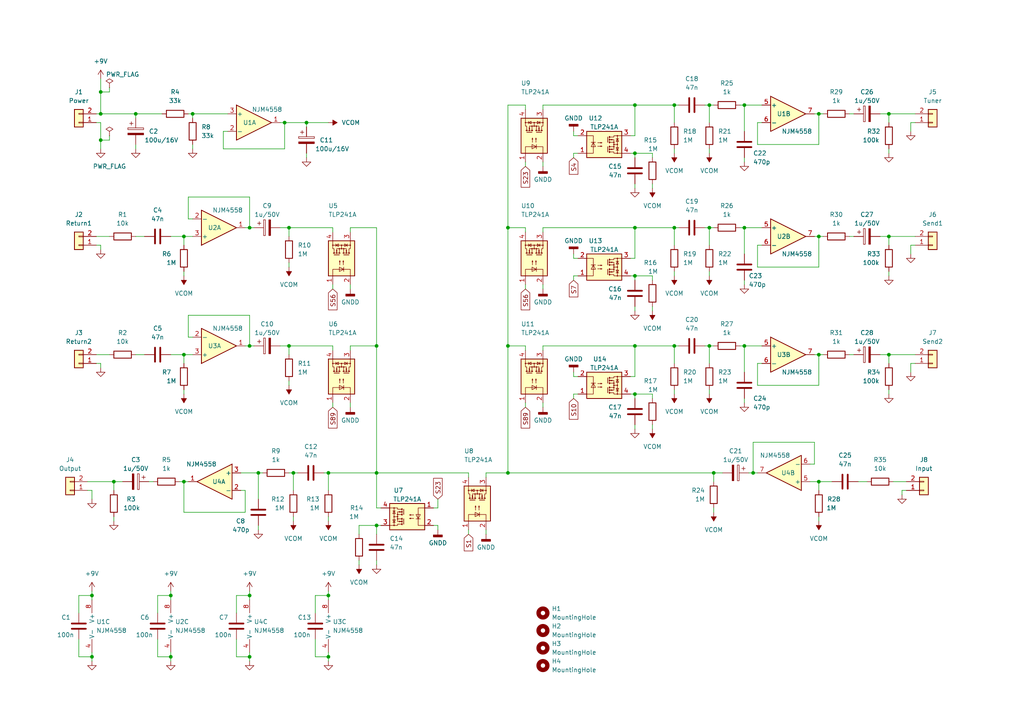
<source format=kicad_sch>
(kicad_sch (version 20230121) (generator eeschema)
  (paper "A4")
  (title_block (title "Line Selector (main)") (date "2023-10-28") (rev "1.1") (company "Chuck Timber") (comment 1 "DK-FX0002"))
  (junction (at 88.9 35.56))
  (junction (at 33.02 139.7))
  (junction (at 26.67 172.72))
  (junction (at 205.74 30.48))
  (junction (at 215.9 100.33))
  (junction (at 215.9 66.04))
  (junction (at 72.39 190.5))
  (junction (at 49.53 172.72))
  (junction (at 72.39 172.72))
  (junction (at 72.39 100.33))
  (junction (at 184.15 80.01))
  (junction (at 53.34 68.58))
  (junction (at 195.58 66.04))
  (junction (at 215.9 30.48))
  (junction (at 195.58 30.48))
  (junction (at 147.32 137.16))
  (junction (at 109.22 152.4))
  (junction (at 95.25 172.72))
  (junction (at 29.21 40.64))
  (junction (at 237.49 139.7))
  (junction (at 72.39 66.04))
  (junction (at 95.25 190.5))
  (junction (at 237.49 68.58))
  (junction (at 29.21 26.67))
  (junction (at 205.74 100.33))
  (junction (at 109.22 137.16))
  (junction (at 257.81 33.02))
  (junction (at 53.34 139.7))
  (junction (at 95.25 137.16))
  (junction (at 83.82 100.33))
  (junction (at 237.49 33.02))
  (junction (at 109.22 100.33))
  (junction (at 184.15 114.3))
  (junction (at 207.01 137.16))
  (junction (at 26.67 190.5))
  (junction (at 218.44 137.16))
  (junction (at 257.81 102.87))
  (junction (at 74.93 137.16))
  (junction (at 83.82 66.04))
  (junction (at 147.32 66.04))
  (junction (at 49.53 190.5))
  (junction (at 184.15 66.04))
  (junction (at 205.74 66.04))
  (junction (at 29.21 33.02))
  (junction (at 237.49 102.87))
  (junction (at 53.34 102.87))
  (junction (at 184.15 30.48))
  (junction (at 82.55 35.56))
  (junction (at 55.88 33.02))
  (junction (at 184.15 44.45))
  (junction (at 257.81 68.58))
  (junction (at 184.15 100.33))
  (junction (at 195.58 100.33))
  (junction (at 39.37 33.02))
  (junction (at 147.32 100.33))
  (junction (at 85.09 137.16))
  (wire (pts (xy 22.86 190.5) (xy 26.67 190.5)))
  (wire (pts (xy 64.77 43.18) (xy 82.55 43.18)))
  (wire (pts (xy 49.53 190.5) (xy 49.53 191.77)))
  (wire (pts (xy 88.9 35.56) (xy 88.9 36.83)))
  (wire (pts (xy 166.37 39.37) (xy 167.64 39.37)))
  (wire (pts (xy 72.39 190.5) (xy 72.39 191.77)))
  (wire (pts (xy 219.71 71.12) (xy 219.71 77.47)))
  (wire (pts (xy 220.98 105.41) (xy 219.71 105.41)))
  (wire (pts (xy 125.73 147.32) (xy 127 147.32)))
  (wire (pts (xy 184.15 114.3) (xy 189.23 114.3)))
  (wire (pts (xy 236.22 33.02) (xy 237.49 33.02)))
  (wire (pts (xy 127 152.4) (xy 127 153.67)))
  (wire (pts (xy 195.58 66.04) (xy 196.85 66.04)))
  (wire (pts (xy 152.4 66.04) (xy 147.32 66.04)))
  (wire (pts (xy 207.01 137.16) (xy 207.01 139.7)))
  (wire (pts (xy 205.74 66.04) (xy 205.74 71.12)))
  (wire (pts (xy 39.37 41.91) (xy 39.37 43.18)))
  (wire (pts (xy 82.55 43.18) (xy 82.55 35.56)))
  (wire (pts (xy 27.94 35.56) (xy 29.21 35.56)))
  (wire (pts (xy 257.81 43.18) (xy 257.81 44.45)))
  (wire (pts (xy 184.15 100.33) (xy 195.58 100.33)))
  (wire (pts (xy 219.71 35.56) (xy 219.71 41.91)))
  (wire (pts (xy 125.73 152.4) (xy 127 152.4)))
  (wire (pts (xy 25.4 142.24) (xy 26.67 142.24)))
  (wire (pts (xy 27.94 105.41) (xy 29.21 105.41)))
  (wire (pts (xy 236.22 128.27) (xy 218.44 128.27)))
  (wire (pts (xy 127 147.32) (xy 127 144.78)))
  (wire (pts (xy 68.58 185.42) (xy 68.58 190.5)))
  (wire (pts (xy 22.86 177.8) (xy 22.86 172.72)))
  (wire (pts (xy 195.58 30.48) (xy 196.85 30.48)))
  (wire (pts (xy 157.48 66.04) (xy 184.15 66.04)))
  (wire (pts (xy 31.75 40.64) (xy 29.21 40.64)))
  (wire (pts (xy 237.49 68.58) (xy 238.76 68.58)))
  (wire (pts (xy 219.71 41.91) (xy 237.49 41.91)))
  (wire (pts (xy 45.72 177.8) (xy 45.72 172.72)))
  (wire (pts (xy 49.53 68.58) (xy 53.34 68.58)))
  (wire (pts (xy 109.22 66.04) (xy 109.22 100.33)))
  (wire (pts (xy 110.49 152.4) (xy 109.22 152.4)))
  (wire (pts (xy 72.39 57.15) (xy 72.39 66.04)))
  (wire (pts (xy 246.38 102.87) (xy 247.65 102.87)))
  (wire (pts (xy 55.88 33.02) (xy 66.04 33.02)))
  (wire (pts (xy 184.15 53.34) (xy 184.15 54.61)))
  (wire (pts (xy 234.95 134.62) (xy 236.22 134.62)))
  (wire (pts (xy 68.58 172.72) (xy 72.39 172.72)))
  (wire (pts (xy 157.48 67.31) (xy 157.48 66.04)))
  (wire (pts (xy 205.74 100.33) (xy 207.01 100.33)))
  (wire (pts (xy 64.77 38.1) (xy 64.77 43.18)))
  (wire (pts (xy 53.34 78.74) (xy 53.34 80.01)))
  (wire (pts (xy 257.81 113.03) (xy 257.81 114.3)))
  (wire (pts (xy 69.85 142.24) (xy 71.12 142.24)))
  (wire (pts (xy 215.9 100.33) (xy 215.9 107.95)))
  (wire (pts (xy 74.93 152.4) (xy 74.93 153.67)))
  (wire (pts (xy 220.98 35.56) (xy 219.71 35.56)))
  (wire (pts (xy 152.4 82.55) (xy 152.4 83.82)))
  (wire (pts (xy 204.47 30.48) (xy 205.74 30.48)))
  (wire (pts (xy 255.27 102.87) (xy 257.81 102.87)))
  (wire (pts (xy 82.55 35.56) (xy 88.9 35.56)))
  (wire (pts (xy 96.52 100.33) (xy 83.82 100.33)))
  (wire (pts (xy 157.48 30.48) (xy 184.15 30.48)))
  (wire (pts (xy 71.12 100.33) (xy 72.39 100.33)))
  (wire (pts (xy 219.71 105.41) (xy 219.71 111.76)))
  (wire (pts (xy 109.22 137.16) (xy 95.25 137.16)))
  (wire (pts (xy 195.58 43.18) (xy 195.58 44.45)))
  (wire (pts (xy 95.25 142.24) (xy 95.25 137.16)))
  (wire (pts (xy 101.6 82.55) (xy 101.6 83.82)))
  (wire (pts (xy 215.9 66.04) (xy 220.98 66.04)))
  (wire (pts (xy 27.94 68.58) (xy 31.75 68.58)))
  (wire (pts (xy 29.21 33.02) (xy 39.37 33.02)))
  (wire (pts (xy 71.12 66.04) (xy 72.39 66.04)))
  (wire (pts (xy 189.23 88.9) (xy 189.23 90.17)))
  (wire (pts (xy 81.28 66.04) (xy 83.82 66.04)))
  (wire (pts (xy 53.34 148.59) (xy 53.34 139.7)))
  (wire (pts (xy 157.48 46.99) (xy 157.48 48.26)))
  (wire (pts (xy 219.71 137.16) (xy 218.44 137.16)))
  (wire (pts (xy 184.15 80.01) (xy 184.15 81.28)))
  (wire (pts (xy 237.49 41.91) (xy 237.49 33.02)))
  (wire (pts (xy 166.37 81.28) (xy 166.37 80.01)))
  (wire (pts (xy 27.94 71.12) (xy 29.21 71.12)))
  (wire (pts (xy 39.37 68.58) (xy 41.91 68.58)))
  (wire (pts (xy 140.97 137.16) (xy 147.32 137.16)))
  (wire (pts (xy 101.6 116.84) (xy 101.6 118.11)))
  (wire (pts (xy 184.15 74.93) (xy 184.15 66.04)))
  (wire (pts (xy 83.82 100.33) (xy 83.82 102.87)))
  (wire (pts (xy 83.82 66.04) (xy 83.82 68.58)))
  (wire (pts (xy 237.49 33.02) (xy 238.76 33.02)))
  (wire (pts (xy 195.58 100.33) (xy 196.85 100.33)))
  (wire (pts (xy 101.6 67.31) (xy 101.6 66.04)))
  (wire (pts (xy 29.21 33.02) (xy 29.21 26.67)))
  (wire (pts (xy 246.38 33.02) (xy 247.65 33.02)))
  (wire (pts (xy 166.37 109.22) (xy 166.37 107.95)))
  (wire (pts (xy 26.67 171.45) (xy 26.67 172.72)))
  (wire (pts (xy 262.89 139.7) (xy 259.08 139.7)))
  (wire (pts (xy 49.53 189.23) (xy 49.53 190.5)))
  (wire (pts (xy 95.25 190.5) (xy 95.25 191.77)))
  (wire (pts (xy 182.88 109.22) (xy 184.15 109.22)))
  (wire (pts (xy 95.25 189.23) (xy 95.25 190.5)))
  (wire (pts (xy 204.47 100.33) (xy 205.74 100.33)))
  (wire (pts (xy 109.22 162.56) (xy 109.22 163.83)))
  (wire (pts (xy 195.58 71.12) (xy 195.58 66.04)))
  (wire (pts (xy 104.14 152.4) (xy 109.22 152.4)))
  (wire (pts (xy 204.47 66.04) (xy 205.74 66.04)))
  (wire (pts (xy 255.27 68.58) (xy 257.81 68.58)))
  (wire (pts (xy 182.88 39.37) (xy 184.15 39.37)))
  (wire (pts (xy 257.81 102.87) (xy 257.81 105.41)))
  (wire (pts (xy 236.22 68.58) (xy 237.49 68.58)))
  (wire (pts (xy 255.27 33.02) (xy 257.81 33.02)))
  (wire (pts (xy 140.97 138.43) (xy 140.97 137.16)))
  (wire (pts (xy 72.39 189.23) (xy 72.39 190.5)))
  (wire (pts (xy 91.44 172.72) (xy 95.25 172.72)))
  (wire (pts (xy 184.15 44.45) (xy 189.23 44.45)))
  (wire (pts (xy 54.61 97.79) (xy 54.61 91.44)))
  (wire (pts (xy 31.75 39.37) (xy 31.75 40.64)))
  (wire (pts (xy 76.2 137.16) (xy 74.93 137.16)))
  (wire (pts (xy 135.89 137.16) (xy 109.22 137.16)))
  (wire (pts (xy 55.88 41.91) (xy 55.88 43.18)))
  (wire (pts (xy 45.72 172.72) (xy 49.53 172.72)))
  (wire (pts (xy 166.37 44.45) (xy 167.64 44.45)))
  (wire (pts (xy 88.9 44.45) (xy 88.9 45.72)))
  (wire (pts (xy 257.81 33.02) (xy 265.43 33.02)))
  (wire (pts (xy 195.58 35.56) (xy 195.58 30.48)))
  (wire (pts (xy 95.25 149.86) (xy 95.25 151.13)))
  (wire (pts (xy 26.67 172.72) (xy 26.67 173.99)))
  (wire (pts (xy 167.64 109.22) (xy 166.37 109.22)))
  (wire (pts (xy 96.52 101.6) (xy 96.52 100.33)))
  (wire (pts (xy 104.14 152.4) (xy 104.14 154.94)))
  (wire (pts (xy 110.49 147.32) (xy 109.22 147.32)))
  (wire (pts (xy 27.94 33.02) (xy 29.21 33.02)))
  (wire (pts (xy 219.71 111.76) (xy 237.49 111.76)))
  (wire (pts (xy 184.15 114.3) (xy 184.15 115.57)))
  (wire (pts (xy 209.55 137.16) (xy 207.01 137.16)))
  (wire (pts (xy 147.32 30.48) (xy 147.32 66.04)))
  (wire (pts (xy 189.23 44.45) (xy 189.23 45.72)))
  (wire (pts (xy 207.01 147.32) (xy 207.01 148.59)))
  (wire (pts (xy 49.53 171.45) (xy 49.53 172.72)))
  (wire (pts (xy 152.4 116.84) (xy 152.4 118.11)))
  (wire (pts (xy 189.23 114.3) (xy 189.23 115.57)))
  (wire (pts (xy 140.97 153.67) (xy 140.97 154.94)))
  (wire (pts (xy 96.52 66.04) (xy 83.82 66.04)))
  (wire (pts (xy 157.48 100.33) (xy 184.15 100.33)))
  (wire (pts (xy 109.22 152.4) (xy 109.22 154.94)))
  (wire (pts (xy 257.81 68.58) (xy 257.81 71.12)))
  (wire (pts (xy 214.63 100.33) (xy 215.9 100.33)))
  (wire (pts (xy 53.34 68.58) (xy 55.88 68.58)))
  (wire (pts (xy 257.81 33.02) (xy 257.81 35.56)))
  (wire (pts (xy 22.86 185.42) (xy 22.86 190.5)))
  (wire (pts (xy 189.23 80.01) (xy 189.23 81.28)))
  (wire (pts (xy 184.15 30.48) (xy 195.58 30.48)))
  (wire (pts (xy 205.74 43.18) (xy 205.74 44.45)))
  (wire (pts (xy 96.52 67.31) (xy 96.52 66.04)))
  (wire (pts (xy 72.39 172.72) (xy 72.39 173.99)))
  (wire (pts (xy 184.15 88.9) (xy 184.15 90.17)))
  (wire (pts (xy 214.63 30.48) (xy 215.9 30.48)))
  (wire (pts (xy 237.49 149.86) (xy 237.49 151.13)))
  (wire (pts (xy 215.9 30.48) (xy 215.9 38.1)))
  (wire (pts (xy 82.55 35.56) (xy 81.28 35.56)))
  (wire (pts (xy 72.39 100.33) (xy 73.66 100.33)))
  (wire (pts (xy 22.86 172.72) (xy 26.67 172.72)))
  (wire (pts (xy 182.88 44.45) (xy 184.15 44.45)))
  (wire (pts (xy 71.12 148.59) (xy 53.34 148.59)))
  (wire (pts (xy 31.75 26.67) (xy 29.21 26.67)))
  (wire (pts (xy 27.94 102.87) (xy 31.75 102.87)))
  (wire (pts (xy 257.81 68.58) (xy 265.43 68.58)))
  (wire (pts (xy 33.02 139.7) (xy 25.4 139.7)))
  (wire (pts (xy 218.44 128.27) (xy 218.44 137.16)))
  (wire (pts (xy 49.53 172.72) (xy 49.53 173.99)))
  (wire (pts (xy 39.37 102.87) (xy 41.91 102.87)))
  (wire (pts (xy 74.93 137.16) (xy 74.93 144.78)))
  (wire (pts (xy 68.58 190.5) (xy 72.39 190.5)))
  (wire (pts (xy 101.6 66.04) (xy 109.22 66.04)))
  (wire (pts (xy 237.49 111.76) (xy 237.49 102.87)))
  (wire (pts (xy 85.09 137.16) (xy 83.82 137.16)))
  (wire (pts (xy 265.43 35.56) (xy 264.16 35.56)))
  (wire (pts (xy 152.4 100.33) (xy 147.32 100.33)))
  (wire (pts (xy 195.58 78.74) (xy 195.58 80.01)))
  (wire (pts (xy 220.98 71.12) (xy 219.71 71.12)))
  (wire (pts (xy 205.74 78.74) (xy 205.74 80.01)))
  (wire (pts (xy 147.32 66.04) (xy 147.32 100.33)))
  (wire (pts (xy 54.61 91.44) (xy 72.39 91.44)))
  (wire (pts (xy 49.53 102.87) (xy 53.34 102.87)))
  (wire (pts (xy 39.37 33.02) (xy 39.37 34.29)))
  (wire (pts (xy 251.46 139.7) (xy 248.92 139.7)))
  (wire (pts (xy 26.67 189.23) (xy 26.67 190.5)))
  (wire (pts (xy 189.23 123.19) (xy 189.23 124.46)))
  (wire (pts (xy 166.37 80.01) (xy 167.64 80.01)))
  (wire (pts (xy 219.71 77.47) (xy 237.49 77.47)))
  (wire (pts (xy 147.32 100.33) (xy 147.32 137.16)))
  (wire (pts (xy 189.23 53.34) (xy 189.23 54.61)))
  (wire (pts (xy 83.82 110.49) (xy 83.82 111.76)))
  (wire (pts (xy 215.9 30.48) (xy 220.98 30.48)))
  (wire (pts (xy 166.37 74.93) (xy 166.37 73.66)))
  (wire (pts (xy 152.4 31.75) (xy 152.4 30.48)))
  (wire (pts (xy 265.43 71.12) (xy 264.16 71.12)))
  (wire (pts (xy 91.44 190.5) (xy 95.25 190.5)))
  (wire (pts (xy 72.39 66.04) (xy 73.66 66.04)))
  (wire (pts (xy 264.16 35.56) (xy 264.16 38.1)))
  (wire (pts (xy 184.15 109.22) (xy 184.15 100.33)))
  (wire (pts (xy 152.4 67.31) (xy 152.4 66.04)))
  (wire (pts (xy 31.75 25.4) (xy 31.75 26.67)))
  (wire (pts (xy 95.25 137.16) (xy 93.98 137.16)))
  (wire (pts (xy 157.48 31.75) (xy 157.48 30.48)))
  (wire (pts (xy 54.61 33.02) (xy 55.88 33.02)))
  (wire (pts (xy 53.34 102.87) (xy 53.34 105.41)))
  (wire (pts (xy 44.45 139.7) (xy 43.18 139.7)))
  (wire (pts (xy 218.44 137.16) (xy 217.17 137.16)))
  (wire (pts (xy 33.02 149.86) (xy 33.02 151.13)))
  (wire (pts (xy 109.22 147.32) (xy 109.22 137.16)))
  (wire (pts (xy 182.88 80.01) (xy 184.15 80.01)))
  (wire (pts (xy 33.02 139.7) (xy 33.02 142.24)))
  (wire (pts (xy 215.9 66.04) (xy 215.9 73.66)))
  (wire (pts (xy 215.9 115.57) (xy 215.9 116.84)))
  (wire (pts (xy 29.21 35.56) (xy 29.21 40.64)))
  (wire (pts (xy 55.88 33.02) (xy 55.88 34.29)))
  (wire (pts (xy 55.88 97.79) (xy 54.61 97.79)))
  (wire (pts (xy 215.9 100.33) (xy 220.98 100.33)))
  (wire (pts (xy 86.36 137.16) (xy 85.09 137.16)))
  (wire (pts (xy 236.22 102.87) (xy 237.49 102.87)))
  (wire (pts (xy 45.72 185.42) (xy 45.72 190.5)))
  (wire (pts (xy 184.15 39.37) (xy 184.15 30.48)))
  (wire (pts (xy 237.49 77.47) (xy 237.49 68.58)))
  (wire (pts (xy 264.16 71.12) (xy 264.16 73.66)))
  (wire (pts (xy 182.88 74.93) (xy 184.15 74.93)))
  (wire (pts (xy 152.4 101.6) (xy 152.4 100.33)))
  (wire (pts (xy 205.74 100.33) (xy 205.74 105.41)))
  (wire (pts (xy 215.9 45.72) (xy 215.9 46.99)))
  (wire (pts (xy 241.3 139.7) (xy 237.49 139.7)))
  (wire (pts (xy 205.74 30.48) (xy 205.74 35.56)))
  (wire (pts (xy 237.49 102.87) (xy 238.76 102.87)))
  (wire (pts (xy 29.21 71.12) (xy 29.21 72.39)))
  (wire (pts (xy 237.49 139.7) (xy 234.95 139.7)))
  (wire (pts (xy 195.58 105.41) (xy 195.58 100.33)))
  (wire (pts (xy 152.4 46.99) (xy 152.4 48.26)))
  (wire (pts (xy 69.85 137.16) (xy 74.93 137.16)))
  (wire (pts (xy 54.61 63.5) (xy 54.61 57.15)))
  (wire (pts (xy 109.22 100.33) (xy 109.22 137.16)))
  (wire (pts (xy 265.43 105.41) (xy 264.16 105.41)))
  (wire (pts (xy 167.64 74.93) (xy 166.37 74.93)))
  (wire (pts (xy 83.82 76.2) (xy 83.82 77.47)))
  (wire (pts (xy 96.52 116.84) (xy 96.52 118.11)))
  (wire (pts (xy 29.21 40.64) (xy 29.21 43.18)))
  (wire (pts (xy 166.37 38.1) (xy 166.37 39.37)))
  (wire (pts (xy 157.48 116.84) (xy 157.48 118.11)))
  (wire (pts (xy 35.56 139.7) (xy 33.02 139.7)))
  (wire (pts (xy 135.89 153.67) (xy 135.89 154.94)))
  (wire (pts (xy 66.04 38.1) (xy 64.77 38.1)))
  (wire (pts (xy 88.9 35.56) (xy 95.25 35.56)))
  (wire (pts (xy 215.9 81.28) (xy 215.9 82.55)))
  (wire (pts (xy 95.25 171.45) (xy 95.25 172.72)))
  (wire (pts (xy 184.15 66.04) (xy 195.58 66.04)))
  (wire (pts (xy 264.16 105.41) (xy 264.16 107.95)))
  (wire (pts (xy 147.32 137.16) (xy 207.01 137.16)))
  (wire (pts (xy 45.72 190.5) (xy 49.53 190.5)))
  (wire (pts (xy 205.74 66.04) (xy 207.01 66.04)))
  (wire (pts (xy 68.58 177.8) (xy 68.58 172.72)))
  (wire (pts (xy 71.12 142.24) (xy 71.12 148.59)))
  (wire (pts (xy 205.74 30.48) (xy 207.01 30.48)))
  (wire (pts (xy 184.15 44.45) (xy 184.15 45.72)))
  (wire (pts (xy 81.28 100.33) (xy 83.82 100.33)))
  (wire (pts (xy 72.39 91.44) (xy 72.39 100.33)))
  (wire (pts (xy 96.52 82.55) (xy 96.52 83.82)))
  (wire (pts (xy 26.67 142.24) (xy 26.67 144.78)))
  (wire (pts (xy 214.63 66.04) (xy 215.9 66.04)))
  (wire (pts (xy 91.44 177.8) (xy 91.44 172.72)))
  (wire (pts (xy 39.37 33.02) (xy 46.99 33.02)))
  (wire (pts (xy 104.14 162.56) (xy 104.14 163.83)))
  (wire (pts (xy 166.37 115.57) (xy 166.37 114.3)))
  (wire (pts (xy 95.25 172.72) (xy 95.25 173.99)))
  (wire (pts (xy 246.38 68.58) (xy 247.65 68.58)))
  (wire (pts (xy 152.4 30.48) (xy 147.32 30.48)))
  (wire (pts (xy 166.37 45.72) (xy 166.37 44.45)))
  (wire (pts (xy 135.89 138.43) (xy 135.89 137.16)))
  (wire (pts (xy 205.74 113.03) (xy 205.74 114.3)))
  (wire (pts (xy 55.88 63.5) (xy 54.61 63.5)))
  (wire (pts (xy 29.21 105.41) (xy 29.21 106.68)))
  (wire (pts (xy 257.81 78.74) (xy 257.81 80.01)))
  (wire (pts (xy 101.6 101.6) (xy 101.6 100.33)))
  (wire (pts (xy 195.58 113.03) (xy 195.58 114.3)))
  (wire (pts (xy 237.49 139.7) (xy 237.49 142.24)))
  (wire (pts (xy 157.48 82.55) (xy 157.48 83.82)))
  (wire (pts (xy 257.81 102.87) (xy 265.43 102.87)))
  (wire (pts (xy 72.39 171.45) (xy 72.39 172.72)))
  (wire (pts (xy 262.89 142.24) (xy 261.62 142.24)))
  (wire (pts (xy 53.34 68.58) (xy 53.34 71.12)))
  (wire (pts (xy 101.6 100.33) (xy 109.22 100.33)))
  (wire (pts (xy 29.21 26.67) (xy 29.21 22.86)))
  (wire (pts (xy 85.09 137.16) (xy 85.09 142.24)))
  (wire (pts (xy 157.48 101.6) (xy 157.48 100.33)))
  (wire (pts (xy 85.09 149.86) (xy 85.09 151.13)))
  (wire (pts (xy 53.34 139.7) (xy 52.07 139.7)))
  (wire (pts (xy 184.15 123.19) (xy 184.15 124.46)))
  (wire (pts (xy 184.15 80.01) (xy 189.23 80.01)))
  (wire (pts (xy 26.67 190.5) (xy 26.67 191.77)))
  (wire (pts (xy 166.37 114.3) (xy 167.64 114.3)))
  (wire (pts (xy 53.34 102.87) (xy 55.88 102.87)))
  (wire (pts (xy 236.22 134.62) (xy 236.22 128.27)))
  (wire (pts (xy 53.34 113.03) (xy 53.34 114.3)))
  (wire (pts (xy 54.61 139.7) (xy 53.34 139.7)))
  (wire (pts (xy 54.61 57.15) (xy 72.39 57.15)))
  (wire (pts (xy 261.62 142.24) (xy 261.62 143.51)))
  (wire (pts (xy 182.88 114.3) (xy 184.15 114.3)))
  (wire (pts (xy 91.44 185.42) (xy 91.44 190.5)))
  (global_label "S89" (shape input) (at 152.4 118.11 270) (property "Intersheetrefs" "${INTERSHEET_REFS}" (effects hide)))
  (global_label "S56" (shape input) (at 152.4 83.82 270) (property "Intersheetrefs" "${INTERSHEET_REFS}" (effects hide)))
  (global_label "S89" (shape input) (at 96.52 118.11 270) (property "Intersheetrefs" "${INTERSHEET_REFS}" (effects hide)))
  (global_label "S23" (shape input) (at 152.4 48.26 270) (property "Intersheetrefs" "${INTERSHEET_REFS}" (effects hide)))
  (global_label "S10" (shape input) (at 166.37 115.57 270) (property "Intersheetrefs" "${INTERSHEET_REFS}" (effects hide)))
  (global_label "S56" (shape input) (at 96.52 83.82 270) (property "Intersheetrefs" "${INTERSHEET_REFS}" (effects hide)))
  (global_label "S7" (shape input) (at 166.37 81.28 270) (property "Intersheetrefs" "${INTERSHEET_REFS}" (effects hide)))
  (global_label "S4" (shape input) (at 166.37 45.72 270) (property "Intersheetrefs" "${INTERSHEET_REFS}" (effects hide)))
  (global_label "S1" (shape input) (at 135.89 154.94 270) (property "Intersheetrefs" "${INTERSHEET_REFS}" (effects hide)))
  (global_label "S23" (shape input) (at 127 144.78 90) (property "Intersheetrefs" "${INTERSHEET_REFS}" (effects hide)))
  (symbol (lib_id "Amplifier_Operational:NJM4558") (at 63.5 100.33 0) (mirror x) (unit 1)
    (property "Reference" "U3" (at 62.23 100.33 0))
    (property "Value" "NJM4558" (at 66.04 95.25 0))
    (property "Footprint" "Package_DIP:DIP-8_W7.62mm_Socket" (effects hide))
    (property "Datasheet" "http://www.njr.com/semicon/PDF/NJM4558_NJM4559_E.pdf" (effects hide))
  )
  (symbol (lib_id "Device:R") (at 95.25 146.05 0) (mirror y) (unit 1)
    (property "Reference" "R13" (at 92.71 144.78 0) (effects (justify left)))
    (property "Value" "1M" (at 92.71 147.32 0) (effects (justify left)))
    (property "Footprint" "Resistor_THT:R_Axial_DIN0204_L3.6mm_D1.6mm_P2.54mm_Vertical" (effects hide))
  )
  (symbol (lib_id "Mechanical:MountingHole") (at 157.48 193.04 0) (unit 1)
    (property "Reference" "H4" (at 160.02 191.77 0) (effects (justify left)))
    (property "Value" "MountingHole" (at 160.02 194.31 0) (effects (justify left)))
    (property "Footprint" "MountingHole:MountingHole_3.2mm_M3" (effects hide))
  )
  (symbol (lib_id "power:GND") (at 264.16 38.1 0) (unit 1)
    (property "Reference" "#PWR058" (effects hide))
    (property "Value" "GND" (effects hide))
  )
  (symbol (lib_id "power:GNDD") (at 166.37 107.95 0) (mirror x) (unit 1)
    (property "Reference" "#PWR037" (effects hide))
    (property "Value" "GNDD" (at 166.37 104.14 0))
  )
  (symbol (lib_id "Device:C") (at 200.66 66.04 90) (unit 1)
    (property "Reference" "C19" (at 200.66 58.42 90))
    (property "Value" "47n" (at 200.66 60.96 90))
    (property "Footprint" "Capacitor_THT:C_Rect_L7.0mm_W2.0mm_P5.00mm" (effects hide))
  )
  (symbol (lib_id "power:VCOM") (at 53.34 80.01 180) (unit 1)
    (property "Reference" "#PWR012" (effects hide))
    (property "Value" "VCOM" (at 53.34 85.09 0))
  )
  (symbol (lib_id "Connector_Generic:Conn_01x02") (at 22.86 105.41 180) (unit 1)
    (property "Reference" "J3" (at 22.86 96.52 0))
    (property "Value" "Return2" (at 22.86 99.06 0))
    (property "Footprint" "Connector_PinSocket_2.54mm:PinSocket_1x02_P2.54mm_Vertical" (effects hide))
  )
  (symbol (lib_id "Relay_SolidState:TLP222A") (at 154.94 39.37 90) (unit 1)
    (property "Reference" "U9" (at 151.13 24.13 90) (effects (justify right)))
    (property "Value" "TLP241A" (at 151.13 26.67 90) (effects (justify right)))
    (property "Footprint" "Package_DIP:DIP-4_W7.62mm_SMDSocket_SmallPads" (effects hide))
    (property "Datasheet" "https://toshiba.semicon-storage.com/info/docget.jsp?did=17036&prodName=TLP222A" (effects hide))
  )
  (symbol (lib_id "Device:R") (at 205.74 74.93 0) (unit 1)
    (property "Reference" "R22" (at 208.28 73.66 0) (effects (justify left)))
    (property "Value" "1M" (at 208.28 76.2 0) (effects (justify left)))
    (property "Footprint" "Resistor_THT:R_Axial_DIN0204_L3.6mm_D1.6mm_P2.54mm_Vertical" (effects hide))
  )
  (symbol (lib_id "power:VCOM") (at 195.58 80.01 180) (unit 1)
    (property "Reference" "#PWR045" (effects hide))
    (property "Value" "VCOM" (at 195.58 85.09 0))
  )
  (symbol (lib_id "Device:R") (at 257.81 109.22 180) (unit 1)
    (property "Reference" "R34" (at 251.46 107.95 0) (effects (justify right)))
    (property "Value" "100k" (at 250.19 110.49 0) (effects (justify right)))
    (property "Footprint" "Resistor_THT:R_Axial_DIN0204_L3.6mm_D1.6mm_P2.54mm_Vertical" (effects hide))
  )
  (symbol (lib_id "power:+9V") (at 49.53 171.45 0) (unit 1)
    (property "Reference" "#PWR010" (effects hide))
    (property "Value" "+9V" (at 49.53 166.37 0))
  )
  (symbol (lib_id "power:PWR_FLAG") (at 31.75 39.37 0) (unit 1)
    (property "Reference" "#FLG02" (effects hide))
    (property "Value" "PWR_FLAG" (at 31.75 48.26 0))
  )
  (symbol (lib_id "Device:R") (at 48.26 139.7 270) (mirror x) (unit 1)
    (property "Reference" "R5" (at 48.26 133.35 90))
    (property "Value" "1k" (at 48.26 135.89 90))
    (property "Footprint" "Resistor_THT:R_Axial_DIN0204_L3.6mm_D1.6mm_P2.54mm_Vertical" (effects hide))
  )
  (symbol (lib_id "Device:R") (at 50.8 33.02 90) (unit 1)
    (property "Reference" "R4" (at 50.8 26.67 90))
    (property "Value" "33k" (at 50.8 29.21 90))
    (property "Footprint" "Resistor_THT:R_Axial_DIN0204_L3.6mm_D1.6mm_P2.54mm_Vertical" (effects hide))
  )
  (symbol (lib_id "Amplifier_Operational:NJM4558") (at 73.66 35.56 0) (unit 1)
    (property "Reference" "U1" (at 72.39 35.56 0))
    (property "Value" "NJM4558" (at 77.47 31.75 0))
    (property "Footprint" "Package_DIP:DIP-8_W7.62mm_Socket" (effects hide))
    (property "Datasheet" "http://www.njr.com/semicon/PDF/NJM4558_NJM4559_E.pdf" (effects hide))
  )
  (symbol (lib_id "power:+9V") (at 29.21 22.86 0) (unit 1)
    (property "Reference" "#PWR03" (effects hide))
    (property "Value" "+9V" (at 29.21 17.78 0))
  )
  (symbol (lib_id "power:GND") (at 257.81 44.45 0) (unit 1)
    (property "Reference" "#PWR055" (effects hide))
    (property "Value" "GND" (effects hide))
  )
  (symbol (lib_id "Device:C") (at 215.9 77.47 0) (unit 1)
    (property "Reference" "C23" (at 217.17 80.01 0) (effects (justify left)))
    (property "Value" "470p" (at 217.17 82.55 0) (effects (justify left)))
    (property "Footprint" "Capacitor_THT:CP_Radial_D8.0mm_P5.00mm" (effects hide))
  )
  (symbol (lib_id "power:+9V") (at 26.67 171.45 0) (unit 1)
    (property "Reference" "#PWR01" (effects hide))
    (property "Value" "+9V" (at 26.67 166.37 0))
  )
  (symbol (lib_id "Connector_Generic:Conn_01x02") (at 22.86 71.12 180) (unit 1)
    (property "Reference" "J2" (at 22.86 62.23 0))
    (property "Value" "Return1" (at 22.86 64.77 0))
    (property "Footprint" "Connector_PinSocket_2.54mm:PinSocket_1x02_P2.54mm_Vertical" (effects hide))
  )
  (symbol (lib_id "Amplifier_Operational:NJM4558") (at 63.5 66.04 0) (mirror x) (unit 1)
    (property "Reference" "U2" (at 62.23 66.04 0))
    (property "Value" "NJM4558" (at 66.04 60.96 0))
    (property "Footprint" "Package_DIP:DIP-8_W7.62mm_Socket" (effects hide))
    (property "Datasheet" "http://www.njr.com/semicon/PDF/NJM4558_NJM4559_E.pdf" (effects hide))
  )
  (symbol (lib_id "power:GND") (at 26.67 191.77 0) (mirror y) (unit 1)
    (property "Reference" "#PWR02" (effects hide))
    (property "Value" "GND" (effects hide))
  )
  (symbol (lib_id "Relay_SolidState:TLP222A") (at 154.94 74.93 90) (unit 1)
    (property "Reference" "U10" (at 151.13 59.69 90) (effects (justify right)))
    (property "Value" "TLP241A" (at 151.13 62.23 90) (effects (justify right)))
    (property "Footprint" "Package_DIP:DIP-4_W7.62mm_SMDSocket_SmallPads" (effects hide))
    (property "Datasheet" "https://toshiba.semicon-storage.com/info/docget.jsp?did=17036&prodName=TLP222A" (effects hide))
  )
  (symbol (lib_id "power:GND") (at 95.25 191.77 0) (mirror y) (unit 1)
    (property "Reference" "#PWR025" (effects hide))
    (property "Value" "GND" (effects hide))
  )
  (symbol (lib_id "Device:R") (at 237.49 146.05 0) (mirror y) (unit 1)
    (property "Reference" "R28" (at 243.84 144.78 0) (effects (justify left)))
    (property "Value" "1M" (at 242.57 147.32 0) (effects (justify left)))
    (property "Footprint" "Resistor_THT:R_Axial_DIN0204_L3.6mm_D1.6mm_P2.54mm_Vertical" (effects hide))
  )
  (symbol (lib_id "power:GND") (at 49.53 191.77 0) (mirror y) (unit 1)
    (property "Reference" "#PWR011" (effects hide))
    (property "Value" "GND" (effects hide))
  )
  (symbol (lib_id "Device:C_Polarized") (at 251.46 33.02 90) (mirror x) (unit 1)
    (property "Reference" "C26" (at 251.46 26.67 90))
    (property "Value" "1u/50V" (at 251.46 29.21 90))
    (property "Footprint" "Capacitor_THT:CP_Radial_D5.0mm_P2.00mm" (effects hide))
  )
  (symbol (lib_id "Device:R") (at 257.81 39.37 180) (unit 1)
    (property "Reference" "R32" (at 251.46 38.1 0) (effects (justify right)))
    (property "Value" "100k" (at 250.19 40.64 0) (effects (justify right)))
    (property "Footprint" "Resistor_THT:R_Axial_DIN0204_L3.6mm_D1.6mm_P2.54mm_Vertical" (effects hide))
  )
  (symbol (lib_id "power:GND") (at 29.21 43.18 0) (unit 1)
    (property "Reference" "#PWR04" (effects hide))
    (property "Value" "GND" (effects hide))
  )
  (symbol (lib_id "power:PWR_FLAG") (at 31.75 25.4 0) (unit 1)
    (property "Reference" "#FLG01" (effects hide))
    (property "Value" "PWR_FLAG" (at 35.56 21.59 0))
  )
  (symbol (lib_id "Connector_Generic:Conn_01x02") (at 270.51 71.12 0) (mirror x) (unit 1)
    (property "Reference" "J6" (at 270.51 62.23 0))
    (property "Value" "Send1" (at 270.51 64.77 0))
    (property "Footprint" "Connector_PinSocket_2.54mm:PinSocket_1x02_P2.54mm_Vertical" (effects hide))
  )
  (symbol (lib_id "Device:C") (at 45.72 181.61 0) (mirror y) (unit 1)
    (property "Reference" "C6" (at 40.64 179.07 0) (effects (justify right)))
    (property "Value" "100n" (at 39.37 184.15 0) (effects (justify right)))
    (property "Footprint" "Capacitor_THT:C_Disc_D5.0mm_W2.5mm_P5.00mm" (effects hide))
  )
  (symbol (lib_id "power:GND") (at 184.15 90.17 0) (unit 1)
    (property "Reference" "#PWR039" (effects hide))
    (property "Value" "GND" (effects hide))
  )
  (symbol (lib_id "Device:C_Polarized") (at 77.47 100.33 90) (mirror x) (unit 1)
    (property "Reference" "C10" (at 77.47 93.98 90))
    (property "Value" "1u/50V" (at 77.47 96.52 90))
    (property "Footprint" "Capacitor_THT:CP_Radial_D5.0mm_P2.00mm" (effects hide))
  )
  (symbol (lib_id "Device:R") (at 80.01 137.16 270) (mirror x) (unit 1)
    (property "Reference" "R9" (at 80.01 130.81 90))
    (property "Value" "1k" (at 80.01 133.35 90))
    (property "Footprint" "Resistor_THT:R_Axial_DIN0204_L3.6mm_D1.6mm_P2.54mm_Vertical" (effects hide))
  )
  (symbol (lib_id "Relay_SolidState:TLP222A") (at 99.06 109.22 90) (unit 1)
    (property "Reference" "U6" (at 95.25 93.98 90) (effects (justify right)))
    (property "Value" "TLP241A" (at 95.25 96.52 90) (effects (justify right)))
    (property "Footprint" "Package_DIP:DIP-4_W7.62mm_SMDSocket_SmallPads" (effects hide))
    (property "Datasheet" "https://toshiba.semicon-storage.com/info/docget.jsp?did=17036&prodName=TLP222A" (effects hide))
  )
  (symbol (lib_id "Device:R") (at 85.09 146.05 0) (mirror y) (unit 1)
    (property "Reference" "R12" (at 82.55 144.78 0) (effects (justify left)))
    (property "Value" "1M" (at 82.55 147.32 0) (effects (justify left)))
    (property "Footprint" "Resistor_THT:R_Axial_DIN0204_L3.6mm_D1.6mm_P2.54mm_Vertical" (effects hide))
  )
  (symbol (lib_id "power:VCOM") (at 95.25 35.56 270) (unit 1)
    (property "Reference" "#PWR022" (effects hide))
    (property "Value" "VCOM" (at 99.06 35.56 90) (effects (justify left)))
  )
  (symbol (lib_id "Device:R") (at 104.14 158.75 0) (mirror y) (unit 1)
    (property "Reference" "R14" (at 105.41 147.32 0) (effects (justify left)))
    (property "Value" "1M" (at 104.14 149.86 0) (effects (justify left)))
    (property "Footprint" "Resistor_THT:R_Axial_DIN0204_L3.6mm_D1.6mm_P2.54mm_Vertical" (effects hide))
  )
  (symbol (lib_id "Device:R") (at 83.82 72.39 0) (unit 1)
    (property "Reference" "R10" (at 86.36 71.12 0) (effects (justify left)))
    (property "Value" "1M" (at 86.36 73.66 0) (effects (justify left)))
    (property "Footprint" "Resistor_THT:R_Axial_DIN0204_L3.6mm_D1.6mm_P2.54mm_Vertical" (effects hide))
  )
  (symbol (lib_id "Amplifier_Operational:NJM4558") (at 29.21 181.61 0) (unit 3)
    (property "Reference" "U1" (at 27.94 180.34 0) (effects (justify left)))
    (property "Value" "NJM4558" (at 27.94 182.88 0) (effects (justify left)))
    (property "Footprint" "Package_DIP:DIP-8_W7.62mm_Socket" (effects hide))
    (property "Datasheet" "http://www.njr.com/semicon/PDF/NJM4558_NJM4559_E.pdf" (effects hide))
  )
  (symbol (lib_id "Relay_SolidState:TLP222A") (at 175.26 77.47 0) (mirror x) (unit 1)
    (property "Reference" "U13" (at 172.72 69.85 0))
    (property "Value" "TLP241A" (at 175.26 72.39 0))
    (property "Footprint" "Package_DIP:DIP-4_W7.62mm_SMDSocket_SmallPads" (effects hide))
    (property "Datasheet" "https://toshiba.semicon-storage.com/info/docget.jsp?did=17036&prodName=TLP222A" (effects hide))
  )
  (symbol (lib_id "Device:R") (at 33.02 146.05 0) (mirror x) (unit 1)
    (property "Reference" "R3" (at 39.37 144.78 0) (effects (justify right)))
    (property "Value" "100k" (at 40.64 147.32 0) (effects (justify right)))
    (property "Footprint" "Resistor_THT:R_Axial_DIN0204_L3.6mm_D1.6mm_P2.54mm_Vertical" (effects hide))
  )
  (symbol (lib_id "Device:C") (at 45.72 102.87 90) (unit 1)
    (property "Reference" "C5" (at 45.72 95.25 90))
    (property "Value" "47n" (at 45.72 97.79 90))
    (property "Footprint" "Capacitor_THT:C_Rect_L7.0mm_W2.0mm_P5.00mm" (effects hide))
  )
  (symbol (lib_id "power:VCOM") (at 205.74 80.01 180) (unit 1)
    (property "Reference" "#PWR048" (effects hide))
    (property "Value" "VCOM" (at 205.74 85.09 0))
  )
  (symbol (lib_id "power:VCOM") (at 95.25 151.13 0) (mirror x) (unit 1)
    (property "Reference" "#PWR023" (effects hide))
    (property "Value" "VCOM" (at 95.25 156.21 0))
  )
  (symbol (lib_id "Device:C_Polarized") (at 213.36 137.16 270) (unit 1)
    (property "Reference" "C21" (at 213.36 130.81 90))
    (property "Value" "1u/50V" (at 213.36 133.35 90))
    (property "Footprint" "Capacitor_THT:CP_Radial_D5.0mm_P2.00mm" (effects hide))
  )
  (symbol (lib_id "Device:C_Polarized") (at 39.37 139.7 270) (unit 1)
    (property "Reference" "C3" (at 39.37 133.35 90))
    (property "Value" "1u/50V" (at 39.37 135.89 90))
    (property "Footprint" "Capacitor_THT:CP_Radial_D5.0mm_P2.00mm" (effects hide))
  )
  (symbol (lib_id "Device:C_Polarized") (at 251.46 102.87 90) (mirror x) (unit 1)
    (property "Reference" "C28" (at 251.46 96.52 90))
    (property "Value" "1u/50V" (at 251.46 99.06 90))
    (property "Footprint" "Capacitor_THT:CP_Radial_D5.0mm_P2.00mm" (effects hide))
  )
  (symbol (lib_id "power:GND") (at 55.88 43.18 0) (unit 1)
    (property "Reference" "#PWR014" (effects hide))
    (property "Value" "GND" (effects hide))
  )
  (symbol (lib_id "Amplifier_Operational:NJM4558") (at 62.23 139.7 0) (mirror y) (unit 1)
    (property "Reference" "U4" (at 63.5 139.7 0))
    (property "Value" "NJM4558" (at 58.42 134.62 0))
    (property "Footprint" "Package_DIP:DIP-8_W7.62mm_Socket" (effects hide))
    (property "Datasheet" "http://www.njr.com/semicon/PDF/NJM4558_NJM4559_E.pdf" (effects hide))
  )
  (symbol (lib_id "Mechanical:MountingHole") (at 157.48 177.8 0) (unit 1)
    (property "Reference" "H1" (at 160.02 176.53 0) (effects (justify left)))
    (property "Value" "MountingHole" (at 160.02 179.07 0) (effects (justify left)))
    (property "Footprint" "MountingHole:MountingHole_3.2mm_M3" (effects hide))
  )
  (symbol (lib_id "Device:C") (at 184.15 85.09 0) (unit 1)
    (property "Reference" "C16" (at 180.34 83.82 0) (effects (justify right)))
    (property "Value" "47n" (at 180.34 86.36 0) (effects (justify right)))
    (property "Footprint" "Capacitor_THT:C_Rect_L7.0mm_W2.0mm_P5.00mm" (effects hide))
  )
  (symbol (lib_id "power:+9V") (at 95.25 171.45 0) (unit 1)
    (property "Reference" "#PWR024" (effects hide))
    (property "Value" "+9V" (at 95.25 166.37 0))
  )
  (symbol (lib_id "power:GND") (at 39.37 43.18 0) (unit 1)
    (property "Reference" "#PWR09" (effects hide))
    (property "Value" "GND" (effects hide))
  )
  (symbol (lib_id "Amplifier_Operational:NJM4558") (at 97.79 181.61 0) (unit 3)
    (property "Reference" "U3" (at 96.52 180.34 0) (effects (justify left)))
    (property "Value" "NJM4558" (at 96.52 182.88 0) (effects (justify left)))
    (property "Footprint" "Package_DIP:DIP-8_W7.62mm_Socket" (effects hide))
    (property "Datasheet" "http://www.njr.com/semicon/PDF/NJM4558_NJM4559_E.pdf" (effects hide))
  )
  (symbol (lib_id "Amplifier_Operational:NJM4558") (at 52.07 181.61 0) (unit 3)
    (property "Reference" "U2" (at 50.8 180.34 0) (effects (justify left)))
    (property "Value" "NJM4558" (at 50.8 182.88 0) (effects (justify left)))
    (property "Footprint" "Package_DIP:DIP-8_W7.62mm_Socket" (effects hide))
    (property "Datasheet" "http://www.njr.com/semicon/PDF/NJM4558_NJM4559_E.pdf" (effects hide))
  )
  (symbol (lib_id "Device:R") (at 210.82 66.04 90) (unit 1)
    (property "Reference" "R26" (at 210.82 59.69 90))
    (property "Value" "1k" (at 210.82 62.23 90))
    (property "Footprint" "Resistor_THT:R_Axial_DIN0204_L3.6mm_D1.6mm_P2.54mm_Vertical" (effects hide))
  )
  (symbol (lib_id "power:VCOM") (at 85.09 151.13 0) (mirror x) (unit 1)
    (property "Reference" "#PWR020" (effects hide))
    (property "Value" "VCOM" (at 85.09 156.21 0))
  )
  (symbol (lib_id "Device:R") (at 195.58 39.37 0) (unit 1)
    (property "Reference" "R18" (at 198.12 38.1 0) (effects (justify left)))
    (property "Value" "1M" (at 198.12 40.64 0) (effects (justify left)))
    (property "Footprint" "Resistor_THT:R_Axial_DIN0204_L3.6mm_D1.6mm_P2.54mm_Vertical" (effects hide))
  )
  (symbol (lib_id "Device:C") (at 74.93 148.59 0) (mirror y) (unit 1)
    (property "Reference" "C8" (at 71.12 151.13 0) (effects (justify left)))
    (property "Value" "470p" (at 72.39 153.67 0) (effects (justify left)))
    (property "Footprint" "Capacitor_THT:CP_Radial_D8.0mm_P5.00mm" (effects hide))
  )
  (symbol (lib_id "power:GND") (at 29.21 72.39 0) (unit 1)
    (property "Reference" "#PWR05" (effects hide))
    (property "Value" "GND" (effects hide))
  )
  (symbol (lib_id "power:VCOM") (at 53.34 114.3 180) (unit 1)
    (property "Reference" "#PWR013" (effects hide))
    (property "Value" "VCOM" (at 53.34 119.38 0))
  )
  (symbol (lib_id "Device:C") (at 215.9 111.76 0) (unit 1)
    (property "Reference" "C24" (at 218.44 115.57 0) (effects (justify left)))
    (property "Value" "470p" (at 218.44 118.11 0) (effects (justify left)))
    (property "Footprint" "Capacitor_THT:CP_Radial_D8.0mm_P5.00mm" (effects hide))
  )
  (symbol (lib_id "power:VCOM") (at 207.01 148.59 0) (mirror x) (unit 1)
    (property "Reference" "#PWR050" (effects hide))
    (property "Value" "VCOM" (at 207.01 153.67 0))
  )
  (symbol (lib_id "Connector_Generic:Conn_01x02") (at 20.32 142.24 180) (unit 1)
    (property "Reference" "J4" (at 20.32 133.35 0))
    (property "Value" "Output" (at 20.32 135.89 0))
    (property "Footprint" "Connector_PinSocket_2.54mm:PinSocket_1x02_P2.54mm_Vertical" (effects hide))
  )
  (symbol (lib_id "Device:R") (at 35.56 68.58 90) (unit 1)
    (property "Reference" "R1" (at 35.56 62.23 90))
    (property "Value" "10k" (at 35.56 64.77 90))
    (property "Footprint" "Resistor_THT:R_Axial_DIN0204_L3.6mm_D1.6mm_P2.54mm_Vertical" (effects hide))
  )
  (symbol (lib_id "Device:C") (at 90.17 137.16 270) (mirror x) (unit 1)
    (property "Reference" "C12" (at 90.17 129.54 90))
    (property "Value" "47n" (at 90.17 132.08 90))
    (property "Footprint" "Capacitor_THT:C_Rect_L7.0mm_W2.0mm_P5.00mm" (effects hide))
  )
  (symbol (lib_id "Device:C_Polarized") (at 39.37 38.1 0) (unit 1)
    (property "Reference" "C2" (at 43.18 38.1 0) (effects (justify left)))
    (property "Value" "100u/16V" (at 41.91 40.64 0) (effects (justify left)))
    (property "Footprint" "Capacitor_THT:CP_Radial_D6.3mm_P2.50mm" (effects hide))
  )
  (symbol (lib_id "Amplifier_Operational:NJM4558") (at 74.93 181.61 0) (unit 3)
    (property "Reference" "U4" (at 73.66 180.34 0) (effects (justify left)))
    (property "Value" "NJM4558" (at 73.66 182.88 0) (effects (justify left)))
    (property "Footprint" "Package_DIP:DIP-8_W7.62mm_Socket" (effects hide))
    (property "Datasheet" "http://www.njr.com/semicon/PDF/NJM4558_NJM4559_E.pdf" (effects hide))
  )
  (symbol (lib_id "Device:C") (at 68.58 181.61 0) (mirror y) (unit 1)
    (property "Reference" "C7" (at 63.5 179.07 0) (effects (justify right)))
    (property "Value" "100n" (at 62.23 184.15 0) (effects (justify right)))
    (property "Footprint" "Capacitor_THT:C_Disc_D5.0mm_W2.5mm_P5.00mm" (effects hide))
  )
  (symbol (lib_id "power:GNDD") (at 101.6 118.11 0) (unit 1)
    (property "Reference" "#PWR027" (effects hide))
    (property "Value" "GNDD" (at 101.6 121.92 0))
  )
  (symbol (lib_id "Device:C_Polarized") (at 88.9 40.64 0) (unit 1)
    (property "Reference" "C11" (at 92.71 40.64 0) (effects (justify left)))
    (property "Value" "100u/16V" (at 91.44 43.18 0) (effects (justify left)))
    (property "Footprint" "Capacitor_THT:CP_Radial_D6.3mm_P2.50mm" (effects hide))
  )
  (symbol (lib_id "Device:R") (at 189.23 119.38 0) (unit 1)
    (property "Reference" "R17" (at 186.69 110.49 0) (effects (justify left)))
    (property "Value" "1M" (at 187.96 113.03 0) (effects (justify left)))
    (property "Footprint" "Resistor_THT:R_Axial_DIN0204_L3.6mm_D1.6mm_P2.54mm_Vertical" (effects hide))
  )
  (symbol (lib_id "Amplifier_Operational:NJM4558") (at 228.6 68.58 0) (unit 2)
    (property "Reference" "U2" (at 227.33 68.58 0))
    (property "Value" "NJM4558" (at 231.14 73.66 0))
    (property "Footprint" "Package_DIP:DIP-8_W7.62mm_Socket" (effects hide))
    (property "Datasheet" "http://www.njr.com/semicon/PDF/NJM4558_NJM4559_E.pdf" (effects hide))
  )
  (symbol (lib_id "Device:C") (at 45.72 68.58 90) (unit 1)
    (property "Reference" "C4" (at 45.72 60.96 90))
    (property "Value" "47n" (at 45.72 63.5 90))
    (property "Footprint" "Capacitor_THT:C_Rect_L7.0mm_W2.0mm_P5.00mm" (effects hide))
  )
  (symbol (lib_id "Amplifier_Operational:NJM4558") (at 227.33 137.16 180) (unit 2)
    (property "Reference" "U4" (at 228.6 137.16 0))
    (property "Value" "NJM4558" (at 224.79 132.08 0))
    (property "Footprint" "Package_DIP:DIP-8_W7.62mm_Socket" (effects hide))
    (property "Datasheet" "http://www.njr.com/semicon/PDF/NJM4558_NJM4559_E.pdf" (effects hide))
  )
  (symbol (lib_id "Device:R") (at 53.34 74.93 0) (unit 1)
    (property "Reference" "R6" (at 46.99 73.66 0) (effects (justify left)))
    (property "Value" "1M" (at 48.26 76.2 0) (effects (justify left)))
    (property "Footprint" "Resistor_THT:R_Axial_DIN0204_L3.6mm_D1.6mm_P2.54mm_Vertical" (effects hide))
  )
  (symbol (lib_id "Connector_Generic:Conn_01x02") (at 270.51 35.56 0) (mirror x) (unit 1)
    (property "Reference" "J5" (at 270.51 26.67 0))
    (property "Value" "Tuner" (at 270.51 29.21 0))
    (property "Footprint" "Connector_PinSocket_2.54mm:PinSocket_1x02_P2.54mm_Vertical" (effects hide))
  )
  (symbol (lib_id "power:GNDD") (at 157.48 83.82 0) (unit 1)
    (property "Reference" "#PWR033" (effects hide))
    (property "Value" "GNDD" (at 157.48 87.63 0))
  )
  (symbol (lib_id "Device:R") (at 242.57 68.58 90) (unit 1)
    (property "Reference" "R30" (at 242.57 62.23 90))
    (property "Value" "1k" (at 242.57 64.77 90))
    (property "Footprint" "Resistor_THT:R_Axial_DIN0204_L3.6mm_D1.6mm_P5.08mm_Vertical" (effects hide))
  )
  (symbol (lib_id "Device:R") (at 242.57 33.02 90) (unit 1)
    (property "Reference" "R29" (at 242.57 26.67 90))
    (property "Value" "1k" (at 242.57 29.21 90))
    (property "Footprint" "Resistor_THT:R_Axial_DIN0204_L3.6mm_D1.6mm_P2.54mm_Vertical" (effects hide))
  )
  (symbol (lib_id "Device:C") (at 245.11 139.7 270) (mirror x) (unit 1)
    (property "Reference" "C25" (at 245.11 132.08 90))
    (property "Value" "47n" (at 245.11 134.62 90))
    (property "Footprint" "Capacitor_THT:C_Rect_L7.0mm_W2.0mm_P5.00mm" (effects hide))
  )
  (symbol (lib_id "power:GNDD") (at 101.6 83.82 0) (unit 1)
    (property "Reference" "#PWR026" (effects hide))
    (property "Value" "GNDD" (at 101.6 87.63 0))
  )
  (symbol (lib_id "Device:C") (at 91.44 181.61 0) (mirror y) (unit 1)
    (property "Reference" "C13" (at 86.36 179.07 0) (effects (justify right)))
    (property "Value" "100n" (at 85.09 184.15 0) (effects (justify right)))
    (property "Footprint" "Capacitor_THT:C_Disc_D5.0mm_W2.5mm_P5.00mm" (effects hide))
  )
  (symbol (lib_id "Device:R") (at 205.74 109.22 0) (unit 1)
    (property "Reference" "R23" (at 208.28 107.95 0) (effects (justify left)))
    (property "Value" "1M" (at 208.28 110.49 0) (effects (justify left)))
    (property "Footprint" "Resistor_THT:R_Axial_DIN0204_L3.6mm_D1.6mm_P2.54mm_Vertical" (effects hide))
  )
  (symbol (lib_id "power:GND") (at 74.93 153.67 0) (mirror y) (unit 1)
    (property "Reference" "#PWR017" (effects hide))
    (property "Value" "GND" (effects hide))
  )
  (symbol (lib_id "Device:R") (at 210.82 100.33 90) (unit 1)
    (property "Reference" "R27" (at 210.82 93.98 90))
    (property "Value" "1k" (at 210.82 96.52 90))
    (property "Footprint" "Resistor_THT:R_Axial_DIN0204_L3.6mm_D1.6mm_P2.54mm_Vertical" (effects hide))
  )
  (symbol (lib_id "Device:R") (at 255.27 139.7 270) (mirror x) (unit 1)
    (property "Reference" "R35" (at 255.27 133.35 90))
    (property "Value" "10k" (at 255.27 135.89 90))
    (property "Footprint" "Resistor_THT:R_Axial_DIN0204_L3.6mm_D1.6mm_P2.54mm_Vertical" (effects hide))
  )
  (symbol (lib_id "power:VCOM") (at 205.74 114.3 180) (unit 1)
    (property "Reference" "#PWR049" (effects hide))
    (property "Value" "VCOM" (at 205.74 119.38 0))
  )
  (symbol (lib_id "Relay_SolidState:TLP222A") (at 175.26 111.76 0) (mirror x) (unit 1)
    (property "Reference" "U14" (at 173.99 104.14 0))
    (property "Value" "TLP241A" (at 175.26 106.68 0))
    (property "Footprint" "Package_DIP:DIP-4_W7.62mm_SMDSocket_SmallPads" (effects hide))
    (property "Datasheet" "https://toshiba.semicon-storage.com/info/docget.jsp?did=17036&prodName=TLP222A" (effects hide))
  )
  (symbol (lib_id "Device:C_Polarized") (at 77.47 66.04 90) (mirror x) (unit 1)
    (property "Reference" "C9" (at 77.47 59.69 90))
    (property "Value" "1u/50V" (at 77.47 62.23 90))
    (property "Footprint" "Capacitor_THT:CP_Radial_D5.0mm_P2.00mm" (effects hide))
  )
  (symbol (lib_id "power:GND") (at 264.16 73.66 0) (unit 1)
    (property "Reference" "#PWR059" (effects hide))
    (property "Value" "GND" (effects hide))
  )
  (symbol (lib_id "power:GND") (at 184.15 54.61 0) (unit 1)
    (property "Reference" "#PWR038" (effects hide))
    (property "Value" "GND" (effects hide))
  )
  (symbol (lib_id "power:VCOM") (at 237.49 151.13 0) (mirror x) (unit 1)
    (property "Reference" "#PWR054" (effects hide))
    (property "Value" "VCOM" (at 237.49 156.21 0))
  )
  (symbol (lib_id "power:VCOM") (at 189.23 54.61 180) (unit 1)
    (property "Reference" "#PWR041" (effects hide))
    (property "Value" "VCOM" (at 189.23 59.69 0))
  )
  (symbol (lib_id "power:GND") (at 257.81 80.01 0) (unit 1)
    (property "Reference" "#PWR056" (effects hide))
    (property "Value" "GND" (effects hide))
  )
  (symbol (lib_id "Device:C") (at 109.22 158.75 0) (mirror y) (unit 1)
    (property "Reference" "C14" (at 113.03 156.21 0) (effects (justify right)))
    (property "Value" "47n" (at 113.03 158.75 0) (effects (justify right)))
    (property "Footprint" "Capacitor_THT:C_Rect_L7.0mm_W2.0mm_P5.00mm" (effects hide))
  )
  (symbol (lib_id "Device:C_Polarized") (at 251.46 68.58 90) (mirror x) (unit 1)
    (property "Reference" "C27" (at 251.46 62.23 90))
    (property "Value" "1u/50V" (at 251.46 64.77 90))
    (property "Footprint" "Capacitor_THT:CP_Radial_D5.0mm_P2.00mm" (effects hide))
  )
  (symbol (lib_id "power:GND") (at 264.16 107.95 0) (unit 1)
    (property "Reference" "#PWR060" (effects hide))
    (property "Value" "GND" (effects hide))
  )
  (symbol (lib_id "power:VCOM") (at 104.14 163.83 0) (mirror x) (unit 1)
    (property "Reference" "#PWR028" (effects hide))
    (property "Value" "VCOM" (at 104.14 168.91 0))
  )
  (symbol (lib_id "power:GNDD") (at 140.97 154.94 0) (unit 1)
    (property "Reference" "#PWR031" (effects hide))
    (property "Value" "GNDD" (at 140.97 158.75 0))
  )
  (symbol (lib_id "Device:R") (at 83.82 106.68 0) (unit 1)
    (property "Reference" "R11" (at 86.36 105.41 0) (effects (justify left)))
    (property "Value" "1M" (at 86.36 107.95 0) (effects (justify left)))
    (property "Footprint" "Resistor_THT:R_Axial_DIN0204_L3.6mm_D1.6mm_P2.54mm_Vertical" (effects hide))
  )
  (symbol (lib_id "Device:C") (at 200.66 100.33 90) (unit 1)
    (property "Reference" "C20" (at 200.66 92.71 90))
    (property "Value" "47n" (at 200.66 95.25 90))
    (property "Footprint" "Capacitor_THT:C_Rect_L7.0mm_W2.0mm_P5.00mm" (effects hide))
  )
  (symbol (lib_id "power:GNDD") (at 166.37 73.66 0) (mirror x) (unit 1)
    (property "Reference" "#PWR036" (effects hide))
    (property "Value" "GNDD" (at 166.37 69.85 0))
  )
  (symbol (lib_id "power:VCOM") (at 83.82 77.47 180) (unit 1)
    (property "Reference" "#PWR018" (effects hide))
    (property "Value" "VCOM" (at 83.82 82.55 0))
  )
  (symbol (lib_id "power:GND") (at 109.22 163.83 0) (mirror y) (unit 1)
    (property "Reference" "#PWR029" (effects hide))
    (property "Value" "GND" (effects hide))
  )
  (symbol (lib_id "Device:R") (at 55.88 38.1 0) (unit 1)
    (property "Reference" "R8" (at 58.42 36.83 0) (effects (justify left)))
    (property "Value" "33k" (at 58.42 39.37 0) (effects (justify left)))
    (property "Footprint" "Resistor_THT:R_Axial_DIN0204_L3.6mm_D1.6mm_P2.54mm_Vertical" (effects hide))
  )
  (symbol (lib_id "Relay_SolidState:TLP222A") (at 154.94 109.22 90) (unit 1)
    (property "Reference" "U11" (at 151.13 93.98 90) (effects (justify right)))
    (property "Value" "TLP241A" (at 151.13 96.52 90) (effects (justify right)))
    (property "Footprint" "Package_DIP:DIP-4_W7.62mm_SMDSocket_SmallPads" (effects hide))
    (property "Datasheet" "https://toshiba.semicon-storage.com/info/docget.jsp?did=17036&prodName=TLP222A" (effects hide))
  )
  (symbol (lib_id "Connector_Generic:Conn_01x02") (at 22.86 35.56 180) (unit 1)
    (property "Reference" "J1" (at 22.86 26.67 0))
    (property "Value" "Power" (at 22.86 29.21 0))
    (property "Footprint" "Connector_PinSocket_2.54mm:PinSocket_1x02_P2.54mm_Vertical" (effects hide))
  )
  (symbol (lib_id "power:GND") (at 72.39 191.77 0) (mirror y) (unit 1)
    (property "Reference" "#PWR016" (effects hide))
    (property "Value" "GND" (effects hide))
  )
  (symbol (lib_id "Connector_Generic:Conn_01x02") (at 270.51 105.41 0) (mirror x) (unit 1)
    (property "Reference" "J7" (at 270.51 96.52 0))
    (property "Value" "Send2" (at 270.51 99.06 0))
    (property "Footprint" "Connector_PinSocket_2.54mm:PinSocket_1x02_P2.54mm_Vertical" (effects hide))
  )
  (symbol (lib_id "Relay_SolidState:TLP222A") (at 118.11 149.86 0) (mirror y) (unit 1)
    (property "Reference" "U7" (at 115.57 142.24 0))
    (property "Value" "TLP241A" (at 118.11 144.78 0))
    (property "Footprint" "Package_DIP:DIP-4_W7.62mm_SMDSocket_SmallPads" (effects hide))
    (property "Datasheet" "https://toshiba.semicon-storage.com/info/docget.jsp?did=17036&prodName=TLP222A" (effects hide))
  )
  (symbol (lib_id "Connector_Generic:Conn_01x02") (at 267.97 142.24 0) (mirror x) (unit 1)
    (property "Reference" "J8" (at 267.97 133.35 0))
    (property "Value" "Input" (at 267.97 135.89 0))
    (property "Footprint" "Connector_PinSocket_2.54mm:PinSocket_1x02_P2.54mm_Vertical" (effects hide))
  )
  (symbol (lib_id "power:GND") (at 215.9 116.84 0) (unit 1)
    (property "Reference" "#PWR053" (effects hide))
    (property "Value" "GND" (effects hide))
  )
  (symbol (lib_id "Device:C") (at 184.15 49.53 0) (unit 1)
    (property "Reference" "C15" (at 180.34 48.26 0) (effects (justify right)))
    (property "Value" "47n" (at 180.34 50.8 0) (effects (justify right)))
    (property "Footprint" "Capacitor_THT:C_Rect_L7.0mm_W2.0mm_P5.00mm" (effects hide))
  )
  (symbol (lib_id "power:GND") (at 257.81 114.3 0) (unit 1)
    (property "Reference" "#PWR057" (effects hide))
    (property "Value" "GND" (effects hide))
  )
  (symbol (lib_id "Mechanical:MountingHole") (at 157.48 187.96 0) (unit 1)
    (property "Reference" "H3" (at 160.02 186.69 0) (effects (justify left)))
    (property "Value" "MountingHole" (at 160.02 189.23 0) (effects (justify left)))
    (property "Footprint" "MountingHole:MountingHole_3.2mm_M3" (effects hide))
  )
  (symbol (lib_id "power:VCOM") (at 189.23 124.46 180) (unit 1)
    (property "Reference" "#PWR043" (effects hide))
    (property "Value" "VCOM" (at 189.23 129.54 0))
  )
  (symbol (lib_id "power:GND") (at 184.15 124.46 0) (unit 1)
    (property "Reference" "#PWR040" (effects hide))
    (property "Value" "GND" (effects hide))
  )
  (symbol (lib_id "power:GNDD") (at 157.48 48.26 0) (unit 1)
    (property "Reference" "#PWR032" (effects hide))
    (property "Value" "GNDD" (at 157.48 52.07 0))
  )
  (symbol (lib_id "Device:R") (at 53.34 109.22 0) (unit 1)
    (property "Reference" "R7" (at 46.99 107.95 0) (effects (justify left)))
    (property "Value" "1M" (at 48.26 110.49 0) (effects (justify left)))
    (property "Footprint" "Resistor_THT:R_Axial_DIN0204_L3.6mm_D1.6mm_P2.54mm_Vertical" (effects hide))
  )
  (symbol (lib_id "power:VCOM") (at 195.58 44.45 180) (unit 1)
    (property "Reference" "#PWR044" (effects hide))
    (property "Value" "VCOM" (at 195.58 49.53 0))
  )
  (symbol (lib_id "power:GND") (at 33.02 151.13 0) (mirror y) (unit 1)
    (property "Reference" "#PWR08" (effects hide))
    (property "Value" "GND" (effects hide))
  )
  (symbol (lib_id "power:GND") (at 261.62 143.51 0) (mirror y) (unit 1)
    (property "Reference" "#PWR061" (effects hide))
    (property "Value" "GND" (effects hide))
  )
  (symbol (lib_id "Device:C") (at 200.66 30.48 90) (unit 1)
    (property "Reference" "C18" (at 200.66 22.86 90))
    (property "Value" "47n" (at 200.66 25.4 90))
    (property "Footprint" "Capacitor_THT:C_Rect_L7.0mm_W2.0mm_P5.00mm" (effects hide))
  )
  (symbol (lib_id "power:GNDD") (at 157.48 118.11 0) (unit 1)
    (property "Reference" "#PWR034" (effects hide))
    (property "Value" "GNDD" (at 157.48 121.92 0))
  )
  (symbol (lib_id "power:GND") (at 215.9 46.99 0) (unit 1)
    (property "Reference" "#PWR051" (effects hide))
    (property "Value" "GND" (effects hide))
  )
  (symbol (lib_id "power:VCOM") (at 205.74 44.45 180) (unit 1)
    (property "Reference" "#PWR047" (effects hide))
    (property "Value" "VCOM" (at 205.74 49.53 0))
  )
  (symbol (lib_id "power:GND") (at 26.67 144.78 0) (mirror y) (unit 1)
    (property "Reference" "#PWR07" (effects hide))
    (property "Value" "GND" (effects hide))
  )
  (symbol (lib_id "power:VCOM") (at 195.58 114.3 180) (unit 1)
    (property "Reference" "#PWR046" (effects hide))
    (property "Value" "VCOM" (at 195.58 119.38 0))
  )
  (symbol (lib_id "Device:R") (at 35.56 102.87 90) (unit 1)
    (property "Reference" "R2" (at 35.56 96.52 90))
    (property "Value" "10k" (at 35.56 99.06 90))
    (property "Footprint" "Resistor_THT:R_Axial_DIN0204_L3.6mm_D1.6mm_P2.54mm_Vertical" (effects hide))
  )
  (symbol (lib_id "Device:R") (at 189.23 49.53 0) (unit 1)
    (property "Reference" "R15" (at 186.69 40.64 0) (effects (justify left)))
    (property "Value" "1M" (at 187.96 43.18 0) (effects (justify left)))
    (property "Footprint" "Resistor_THT:R_Axial_DIN0204_L3.6mm_D1.6mm_P2.54mm_Vertical" (effects hide))
  )
  (symbol (lib_id "Amplifier_Operational:NJM4558") (at 228.6 102.87 0) (unit 2)
    (property "Reference" "U3" (at 227.33 102.87 0))
    (property "Value" "NJM4558" (at 231.14 107.95 0))
    (property "Footprint" "Package_DIP:DIP-8_W7.62mm_Socket" (effects hide))
    (property "Datasheet" "http://www.njr.com/semicon/PDF/NJM4558_NJM4559_E.pdf" (effects hide))
  )
  (symbol (lib_id "power:GND") (at 88.9 45.72 0) (unit 1)
    (property "Reference" "#PWR021" (effects hide))
    (property "Value" "GND" (effects hide))
  )
  (symbol (lib_id "Device:R") (at 189.23 85.09 0) (unit 1)
    (property "Reference" "R16" (at 186.69 76.2 0) (effects (justify left)))
    (property "Value" "1M" (at 187.96 78.74 0) (effects (justify left)))
    (property "Footprint" "Resistor_THT:R_Axial_DIN0204_L3.6mm_D1.6mm_P2.54mm_Vertical" (effects hide))
  )
  (symbol (lib_id "power:GND") (at 29.21 106.68 0) (unit 1)
    (property "Reference" "#PWR06" (effects hide))
    (property "Value" "GND" (effects hide))
  )
  (symbol (lib_id "Device:R") (at 210.82 30.48 90) (unit 1)
    (property "Reference" "R25" (at 210.82 24.13 90))
    (property "Value" "1k" (at 210.82 26.67 90))
    (property "Footprint" "Resistor_THT:R_Axial_DIN0204_L3.6mm_D1.6mm_P2.54mm_Vertical" (effects hide))
  )
  (symbol (lib_id "Mechanical:MountingHole") (at 157.48 182.88 0) (unit 1)
    (property "Reference" "H2" (at 160.02 181.61 0) (effects (justify left)))
    (property "Value" "MountingHole" (at 160.02 184.15 0) (effects (justify left)))
    (property "Footprint" "MountingHole:MountingHole_3.2mm_M3" (effects hide))
  )
  (symbol (lib_id "Relay_SolidState:TLP222A") (at 99.06 74.93 90) (unit 1)
    (property "Reference" "U5" (at 95.25 59.69 90) (effects (justify right)))
    (property "Value" "TLP241A" (at 95.25 62.23 90) (effects (justify right)))
    (property "Footprint" "Package_DIP:DIP-4_W7.62mm_SMDSocket_SmallPads" (effects hide))
    (property "Datasheet" "https://toshiba.semicon-storage.com/info/docget.jsp?did=17036&prodName=TLP222A" (effects hide))
  )
  (symbol (lib_id "Device:C") (at 184.15 119.38 0) (unit 1)
    (property "Reference" "C17" (at 180.34 118.11 0) (effects (justify right)))
    (property "Value" "47n" (at 180.34 120.65 0) (effects (justify right)))
    (property "Footprint" "Capacitor_THT:C_Rect_L7.0mm_W2.0mm_P5.00mm" (effects hide))
  )
  (symbol (lib_id "Device:C") (at 215.9 41.91 0) (unit 1)
    (property "Reference" "C22" (at 218.44 44.45 0) (effects (justify left)))
    (property "Value" "470p" (at 218.44 46.99 0) (effects (justify left)))
    (property "Footprint" "Capacitor_THT:CP_Radial_D8.0mm_P5.00mm" (effects hide))
  )
  (symbol (lib_id "Device:R") (at 257.81 74.93 180) (unit 1)
    (property "Reference" "R33" (at 251.46 73.66 0) (effects (justify right)))
    (property "Value" "100k" (at 250.19 76.2 0) (effects (justify right)))
    (property "Footprint" "Resistor_THT:R_Axial_DIN0204_L3.6mm_D1.6mm_P2.54mm_Vertical" (effects hide))
  )
  (symbol (lib_id "Device:R") (at 195.58 109.22 0) (unit 1)
    (property "Reference" "R20" (at 198.12 107.95 0) (effects (justify left)))
    (property "Value" "1M" (at 198.12 110.49 0) (effects (justify left)))
    (property "Footprint" "Resistor_THT:R_Axial_DIN0204_L3.6mm_D1.6mm_P2.54mm_Vertical" (effects hide))
  )
  (symbol (lib_id "Amplifier_Operational:NJM4558") (at 228.6 33.02 0) (unit 2)
    (property "Reference" "U1" (at 227.33 33.02 0))
    (property "Value" "NJM4558" (at 231.14 38.1 0))
    (property "Footprint" "Package_DIP:DIP-8_W7.62mm_Socket" (effects hide))
    (property "Datasheet" "http://www.njr.com/semicon/PDF/NJM4558_NJM4559_E.pdf" (effects hide))
  )
  (symbol (lib_id "Relay_SolidState:TLP222A") (at 138.43 146.05 90) (unit 1)
    (property "Reference" "U8" (at 134.62 130.81 90) (effects (justify right)))
    (property "Value" "TLP241A" (at 134.62 133.35 90) (effects (justify right)))
    (property "Footprint" "Package_DIP:DIP-4_W7.62mm_SMDSocket_SmallPads" (effects hide))
    (property "Datasheet" "https://toshiba.semicon-storage.com/info/docget.jsp?did=17036&prodName=TLP222A" (effects hide))
  )
  (symbol (lib_id "power:GNDD") (at 166.37 38.1 0) (mirror x) (unit 1)
    (property "Reference" "#PWR035" (effects hide))
    (property "Value" "GNDD" (at 166.37 34.29 0))
  )
  (symbol (lib_id "Device:R") (at 242.57 102.87 90) (unit 1)
    (property "Reference" "R31" (at 242.57 96.52 90))
    (property "Value" "1k" (at 242.57 99.06 90))
    (property "Footprint" "Resistor_THT:R_Axial_DIN0204_L3.6mm_D1.6mm_P5.08mm_Vertical" (effects hide))
  )
  (symbol (lib_id "Device:R") (at 195.58 74.93 0) (unit 1)
    (property "Reference" "R19" (at 198.12 73.66 0) (effects (justify left)))
    (property "Value" "1M" (at 198.12 76.2 0) (effects (justify left)))
    (property "Footprint" "Resistor_THT:R_Axial_DIN0204_L3.6mm_D1.6mm_P2.54mm_Vertical" (effects hide))
  )
  (symbol (lib_id "power:GND") (at 215.9 82.55 0) (unit 1)
    (property "Reference" "#PWR052" (effects hide))
    (property "Value" "GND" (effects hide))
  )
  (symbol (lib_id "Device:R") (at 205.74 39.37 0) (unit 1)
    (property "Reference" "R21" (at 208.28 38.1 0) (effects (justify left)))
    (property "Value" "1M" (at 208.28 40.64 0) (effects (justify left)))
    (property "Footprint" "Resistor_THT:R_Axial_DIN0204_L3.6mm_D1.6mm_P2.54mm_Vertical" (effects hide))
  )
  (symbol (lib_id "Relay_SolidState:TLP222A") (at 175.26 41.91 0) (mirror x) (unit 1)
    (property "Reference" "U12" (at 172.72 34.29 0))
    (property "Value" "TLP241A" (at 175.26 36.83 0))
    (property "Footprint" "Package_DIP:DIP-4_W7.62mm_SMDSocket_SmallPads" (effects hide))
    (property "Datasheet" "https://toshiba.semicon-storage.com/info/docget.jsp?did=17036&prodName=TLP222A" (effects hide))
  )
  (symbol (lib_id "power:GNDD") (at 127 153.67 0) (mirror y) (unit 1)
    (property "Reference" "#PWR030" (effects hide))
    (property "Value" "GNDD" (at 127 157.48 0))
  )
  (symbol (lib_id "Device:C") (at 22.86 181.61 0) (mirror y) (unit 1)
    (property "Reference" "C1" (at 17.78 179.07 0) (effects (justify right)))
    (property "Value" "100n" (at 16.51 184.15 0) (effects (justify right)))
    (property "Footprint" "Capacitor_THT:C_Disc_D5.0mm_W2.5mm_P5.00mm" (effects hide))
  )
  (symbol (lib_id "power:VCOM") (at 83.82 111.76 180) (unit 1)
    (property "Reference" "#PWR019" (effects hide))
    (property "Value" "VCOM" (at 83.82 116.84 0))
  )
  (symbol (lib_id "Device:R") (at 207.01 143.51 0) (mirror y) (unit 1)
    (property "Reference" "R24" (at 204.47 142.24 0) (effects (justify left)))
    (property "Value" "1M" (at 204.47 144.78 0) (effects (justify left)))
    (property "Footprint" "Resistor_THT:R_Axial_DIN0204_L3.6mm_D1.6mm_P2.54mm_Vertical" (effects hide))
  )
  (symbol (lib_id "power:VCOM") (at 189.23 90.17 180) (unit 1)
    (property "Reference" "#PWR042" (effects hide))
    (property "Value" "VCOM" (at 189.23 95.25 0))
  )
  (symbol (lib_id "power:+9V") (at 72.39 171.45 0) (unit 1)
    (property "Reference" "#PWR015" (effects hide))
    (property "Value" "+9V" (at 72.39 166.37 0))
  )
  (sheet (at 0 213.36) (size 55.88 38.1) (stroke (width 0.1524))
    (property "Sheetname" "control" (at 0 212.6484 0) (effects (justify left bottom)))
    (property "Sheetfile" "control.kicad_sch" (at 0 252.0446 0) (effects (justify left top)))
  )
)
</source>
